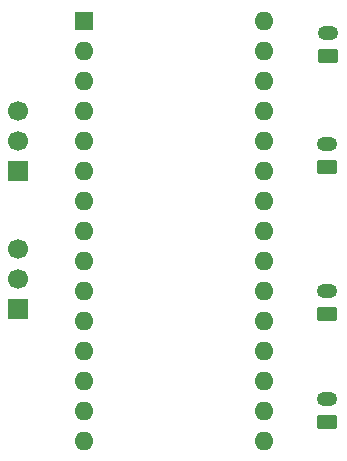
<source format=gbr>
%TF.GenerationSoftware,KiCad,Pcbnew,9.0.6*%
%TF.CreationDate,2025-12-22T16:44:40+00:00*%
%TF.ProjectId,MotorizationKit,4d6f746f-7269-47a6-9174-696f6e4b6974,rev?*%
%TF.SameCoordinates,Original*%
%TF.FileFunction,Soldermask,Top*%
%TF.FilePolarity,Negative*%
%FSLAX46Y46*%
G04 Gerber Fmt 4.6, Leading zero omitted, Abs format (unit mm)*
G04 Created by KiCad (PCBNEW 9.0.6) date 2025-12-22 16:44:40*
%MOMM*%
%LPD*%
G01*
G04 APERTURE LIST*
G04 Aperture macros list*
%AMRoundRect*
0 Rectangle with rounded corners*
0 $1 Rounding radius*
0 $2 $3 $4 $5 $6 $7 $8 $9 X,Y pos of 4 corners*
0 Add a 4 corners polygon primitive as box body*
4,1,4,$2,$3,$4,$5,$6,$7,$8,$9,$2,$3,0*
0 Add four circle primitives for the rounded corners*
1,1,$1+$1,$2,$3*
1,1,$1+$1,$4,$5*
1,1,$1+$1,$6,$7*
1,1,$1+$1,$8,$9*
0 Add four rect primitives between the rounded corners*
20,1,$1+$1,$2,$3,$4,$5,0*
20,1,$1+$1,$4,$5,$6,$7,0*
20,1,$1+$1,$6,$7,$8,$9,0*
20,1,$1+$1,$8,$9,$2,$3,0*%
G04 Aperture macros list end*
%ADD10R,1.700000X1.700000*%
%ADD11C,1.700000*%
%ADD12RoundRect,0.250000X0.625000X-0.350000X0.625000X0.350000X-0.625000X0.350000X-0.625000X-0.350000X0*%
%ADD13O,1.750000X1.200000*%
%ADD14R,1.600000X1.600000*%
%ADD15O,1.600000X1.600000*%
G04 APERTURE END LIST*
D10*
%TO.C,ServoL1*%
X140716000Y-119888000D03*
D11*
X140716000Y-117348000D03*
X140716000Y-114808000D03*
%TD*%
D12*
%TO.C,LedL1*%
X166878000Y-129508000D03*
D13*
X166878000Y-127508000D03*
%TD*%
D12*
%TO.C,PWR1*%
X166878000Y-107918000D03*
D13*
X166878000Y-105918000D03*
%TD*%
D12*
%TO.C,Switch1*%
X166968000Y-98536000D03*
D13*
X166968000Y-96536000D03*
%TD*%
D12*
%TO.C,LedR1*%
X166878000Y-120364000D03*
D13*
X166878000Y-118364000D03*
%TD*%
D14*
%TO.C,A1*%
X146304000Y-95504000D03*
D15*
X146304000Y-98044000D03*
X146304000Y-100584000D03*
X146304000Y-103124000D03*
X146304000Y-105664000D03*
X146304000Y-108204000D03*
X146304000Y-110744000D03*
X146304000Y-113284000D03*
X146304000Y-115824000D03*
X146304000Y-118364000D03*
X146304000Y-120904000D03*
X146304000Y-123444000D03*
X146304000Y-125984000D03*
X146304000Y-128524000D03*
X146304000Y-131064000D03*
X161544000Y-131064000D03*
X161544000Y-128524000D03*
X161544000Y-125984000D03*
X161544000Y-123444000D03*
X161544000Y-120904000D03*
X161544000Y-118364000D03*
X161544000Y-115824000D03*
X161544000Y-113284000D03*
X161544000Y-110744000D03*
X161544000Y-108204000D03*
X161544000Y-105664000D03*
X161544000Y-103124000D03*
X161544000Y-100584000D03*
X161544000Y-98044000D03*
X161544000Y-95504000D03*
%TD*%
D10*
%TO.C,ServoR1*%
X140716000Y-108204000D03*
D11*
X140716000Y-105664000D03*
X140716000Y-103124000D03*
%TD*%
M02*

</source>
